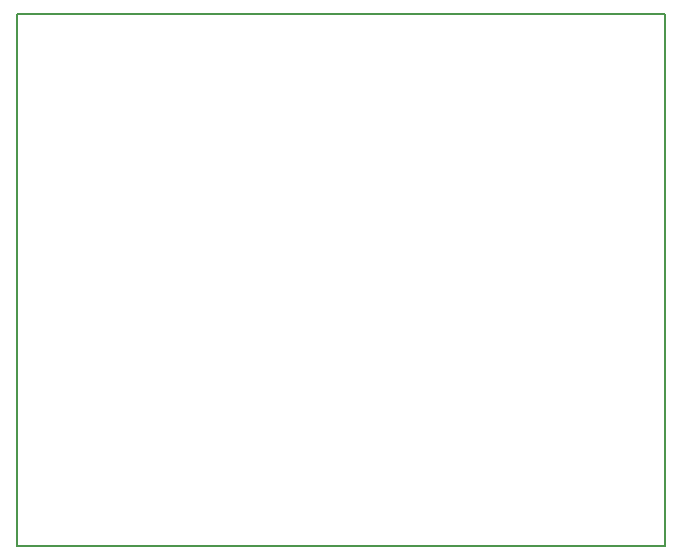
<source format=gbr>
G04 #@! TF.GenerationSoftware,KiCad,Pcbnew,(5.0.2)-1*
G04 #@! TF.CreationDate,2019-04-02T23:20:26+04:00*
G04 #@! TF.ProjectId,M644_breakout_v1.2d,4d363434-5f62-4726-9561-6b6f75745f76,v1.2d*
G04 #@! TF.SameCoordinates,Original*
G04 #@! TF.FileFunction,Profile,NP*
%FSLAX46Y46*%
G04 Gerber Fmt 4.6, Leading zero omitted, Abs format (unit mm)*
G04 Created by KiCad (PCBNEW (5.0.2)-1) date 02/04/2019 23:20:26*
%MOMM*%
%LPD*%
G01*
G04 APERTURE LIST*
%ADD10C,0.150000*%
G04 APERTURE END LIST*
D10*
X121196100Y-127503600D02*
X176060100Y-127503600D01*
X176060100Y-127503600D02*
X176060100Y-82503600D01*
X176060100Y-82503600D02*
X121196100Y-82503600D01*
X121196100Y-82503600D02*
X121196100Y-127503600D01*
M02*

</source>
